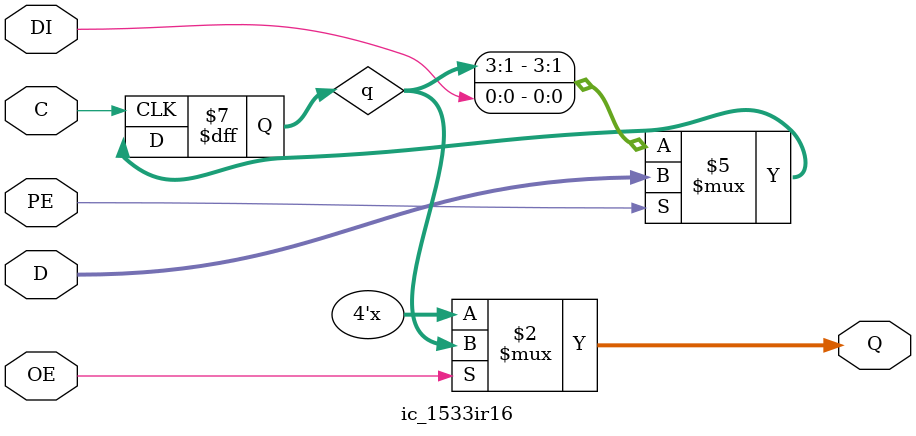
<source format=v>
`define MACRO_74
module ic_1533ie7 (d1,d2,d3,d4, q1,q2,q3,q4, R, C, CR, BR, plus1, minus1);
	input  plus1, minus1, R, C;
	input  d1, d2, d3, d4;
	output q1, q2, q3, q4, CR, BR;

	reg[3:0] tempQ = 4'b0000;
	assign CR = (tempQ == 4'b1111 && plus1 == 1'b0 && minus1 == 1'b1)? 1'b0:1'b1;
	assign BR = (tempQ == 4'b0000 && minus1 == 1'b0 && plus1 == 1'b1)? 1'b0:1'b1;

	always @(posedge plus1)	begin
		if(C == 1'b1 && R == 1'b0 && minus1 == 1'b1);
		tempQ = tempQ + 1'b1;
	end

	/*always @(posedge minus1)
	begin
		if (C==1'bl && R==1'b0 && plusi1==1'b1)
		tempQ=tempQ-1'b1;
	end*/

	assign {q4, q3, q2, q1} = (R == 1'b0)? tempQ : 4'b0;
endmodule


module ic_1533kp11
(
    input [3:0] A,
    input [3:0] B,
    input SA,
    input CS,

    output [3:0] Y
);
assign Y = (CS)?(4'bz):((SA)?(B):(A));
endmodule

module ic_1533kp2
(
    input [3:0] A,
    input [3:0] B,
    input S1, S2,
    input EA, EB,
    output AY, BY
);
wire [1:0]sel = {S2, S1};
wire A_out = A[sel];//((sel == 2'b00) & A[0]) | ((sel == 2'b01) & A[1] )| ((sel == 2'b10) & A[2]) | ((sel == 2'b11) & A[3]);
wire B_out = B[sel];//((sel == 2'b00) & B[0]) | ((sel == 2'b01) & B[1]) | ((sel == 2'b10) & B[2]) | ((sel == 2'b11) & B[3]);

assign AY = (EA)?(1'b0):(A_out);
assign BY = (EB)?(1'b0):(B_out);
endmodule

module ic_1533tm8
(
    input [3:0] D,
    output [3:0] Q_p,
    output [3:0] Q_n,
    input C,
    input R
);
reg [3:0] q = 4'b0;
always @(posedge C or negedge R) begin
    if(~R) q <= 4'b0;
    else q <= D;
end
assign Q_p = q;
assign Q_n = ~Q_p;
endmodule

module ic_1533tm9
(
    input [5:0] D,
    output [5:0] Q,
    input C,
    input R
);
reg [5:0] q = 6'b0;
always @(posedge C or negedge R) begin
    if(~R) q <= 6'b0;
    else q <= D;
end
assign Q = q;
endmodule

module ic_1533ir23
(
    input [7:0] D,
    output [7:0] Q,
    input C,
    input OEn
);
reg [7:0] q = 8'b0;
always @(posedge C) q <= D;
assign Q = (OEn)?(8'bz):(q);
endmodule

module ic_1533ir16
(
    input [3:0] D,
    output [3:0] Q,
	input DI,
    input C,
    input PE,
	input OE
);
reg [3:0] q = 4'b0000;
always @(negedge C) begin
    if(PE) q = D;
	//else q <= {DI, q >> 1};
	else q <= {q[3:1], DI};
end
assign Q = (OE)?(q):(4'bz);
endmodule
</source>
